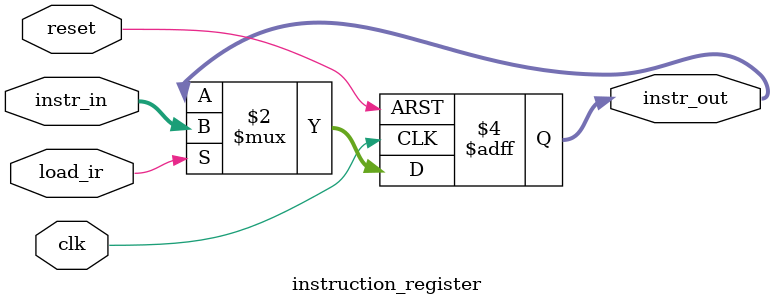
<source format=v>
module instruction_register ( clk, reset, load_ir, instr_in, instr_out );
    input clk, reset, load_ir;
    input [7:0] instr_in;

    output reg [7:0] instr_out;

    always @(posedge clk or posedge reset) 
    begin
        if (reset)
            instr_out <= 8'b00000000;
        else if (load_ir)
            instr_out <= instr_in;
    end
endmodule
</source>
